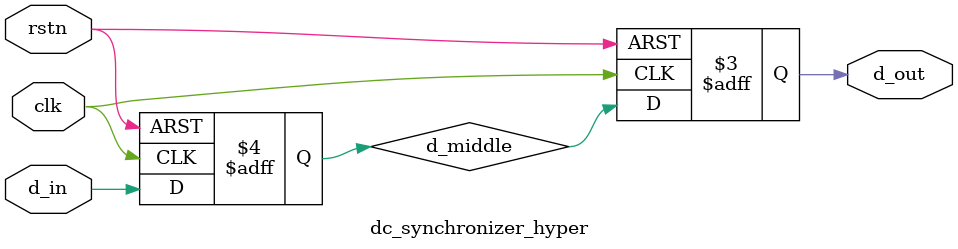
<source format=v>


module dc_synchronizer_hyper (clk, rstn, d_in, d_out);

    parameter WIDTH       = 1;
    parameter RESET_VALUE = 'h0;

    input                  clk;
    input                  rstn;
    input  [WIDTH - 1 : 0] d_in;
    output [WIDTH - 1 : 0] d_out;

    reg [WIDTH - 1 : 0]    d_middle;
    reg [WIDTH - 1 : 0]    d_out;

    always @(posedge clk  or negedge rstn)
    begin: update_state
        if (rstn == 1'b0)
        begin
            d_middle <= RESET_VALUE;
            d_out    <= RESET_VALUE;
        end
        else
        begin
            d_middle <= d_in;
            d_out    <= d_middle;
        end
    end

endmodule

</source>
